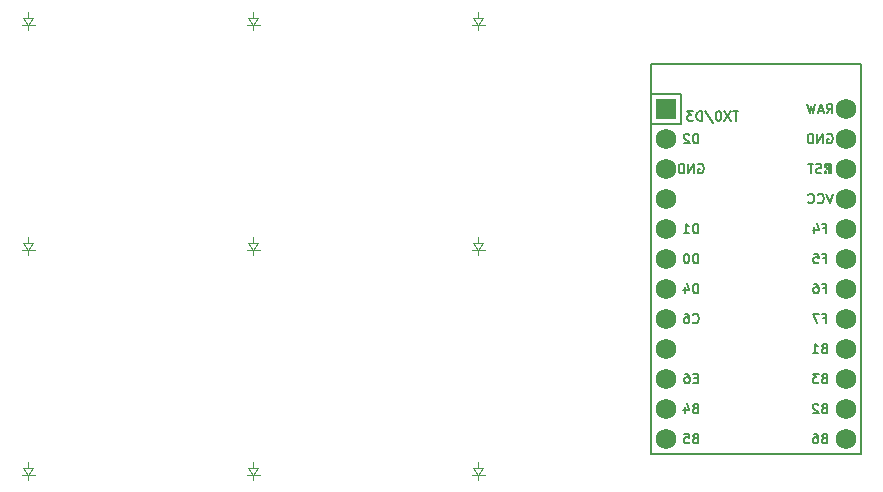
<source format=gbr>
%TF.GenerationSoftware,KiCad,Pcbnew,9.0.2*%
%TF.CreationDate,2025-06-28T14:34:15-07:00*%
%TF.ProjectId,untitled,756e7469-746c-4656-942e-6b696361645f,rev?*%
%TF.SameCoordinates,Original*%
%TF.FileFunction,Legend,Bot*%
%TF.FilePolarity,Positive*%
%FSLAX46Y46*%
G04 Gerber Fmt 4.6, Leading zero omitted, Abs format (unit mm)*
G04 Created by KiCad (PCBNEW 9.0.2) date 2025-06-28 14:34:15*
%MOMM*%
%LPD*%
G01*
G04 APERTURE LIST*
%ADD10C,0.150000*%
%ADD11C,0.200000*%
%ADD12C,0.100000*%
%ADD13R,1.752600X1.752600*%
%ADD14C,1.752600*%
G04 APERTURE END LIST*
D10*
X177234809Y-109004497D02*
X177120523Y-109042592D01*
X177120523Y-109042592D02*
X177082428Y-109080688D01*
X177082428Y-109080688D02*
X177044332Y-109156878D01*
X177044332Y-109156878D02*
X177044332Y-109271164D01*
X177044332Y-109271164D02*
X177082428Y-109347354D01*
X177082428Y-109347354D02*
X177120523Y-109385450D01*
X177120523Y-109385450D02*
X177196713Y-109423545D01*
X177196713Y-109423545D02*
X177501475Y-109423545D01*
X177501475Y-109423545D02*
X177501475Y-108623545D01*
X177501475Y-108623545D02*
X177234809Y-108623545D01*
X177234809Y-108623545D02*
X177158618Y-108661640D01*
X177158618Y-108661640D02*
X177120523Y-108699735D01*
X177120523Y-108699735D02*
X177082428Y-108775926D01*
X177082428Y-108775926D02*
X177082428Y-108852116D01*
X177082428Y-108852116D02*
X177120523Y-108928307D01*
X177120523Y-108928307D02*
X177158618Y-108966402D01*
X177158618Y-108966402D02*
X177234809Y-109004497D01*
X177234809Y-109004497D02*
X177501475Y-109004497D01*
X176739571Y-108699735D02*
X176701475Y-108661640D01*
X176701475Y-108661640D02*
X176625285Y-108623545D01*
X176625285Y-108623545D02*
X176434809Y-108623545D01*
X176434809Y-108623545D02*
X176358618Y-108661640D01*
X176358618Y-108661640D02*
X176320523Y-108699735D01*
X176320523Y-108699735D02*
X176282428Y-108775926D01*
X176282428Y-108775926D02*
X176282428Y-108852116D01*
X176282428Y-108852116D02*
X176320523Y-108966402D01*
X176320523Y-108966402D02*
X176777666Y-109423545D01*
X176777666Y-109423545D02*
X176282428Y-109423545D01*
X166598523Y-88341640D02*
X166674713Y-88303545D01*
X166674713Y-88303545D02*
X166788999Y-88303545D01*
X166788999Y-88303545D02*
X166903285Y-88341640D01*
X166903285Y-88341640D02*
X166979475Y-88417830D01*
X166979475Y-88417830D02*
X167017570Y-88494021D01*
X167017570Y-88494021D02*
X167055666Y-88646402D01*
X167055666Y-88646402D02*
X167055666Y-88760688D01*
X167055666Y-88760688D02*
X167017570Y-88913069D01*
X167017570Y-88913069D02*
X166979475Y-88989259D01*
X166979475Y-88989259D02*
X166903285Y-89065450D01*
X166903285Y-89065450D02*
X166788999Y-89103545D01*
X166788999Y-89103545D02*
X166712808Y-89103545D01*
X166712808Y-89103545D02*
X166598523Y-89065450D01*
X166598523Y-89065450D02*
X166560427Y-89027354D01*
X166560427Y-89027354D02*
X166560427Y-88760688D01*
X166560427Y-88760688D02*
X166712808Y-88760688D01*
X166217570Y-89103545D02*
X166217570Y-88303545D01*
X166217570Y-88303545D02*
X165760427Y-89103545D01*
X165760427Y-89103545D02*
X165760427Y-88303545D01*
X165379475Y-89103545D02*
X165379475Y-88303545D01*
X165379475Y-88303545D02*
X165188999Y-88303545D01*
X165188999Y-88303545D02*
X165074713Y-88341640D01*
X165074713Y-88341640D02*
X164998523Y-88417830D01*
X164998523Y-88417830D02*
X164960428Y-88494021D01*
X164960428Y-88494021D02*
X164922332Y-88646402D01*
X164922332Y-88646402D02*
X164922332Y-88760688D01*
X164922332Y-88760688D02*
X164960428Y-88913069D01*
X164960428Y-88913069D02*
X164998523Y-88989259D01*
X164998523Y-88989259D02*
X165074713Y-89065450D01*
X165074713Y-89065450D02*
X165188999Y-89103545D01*
X165188999Y-89103545D02*
X165379475Y-89103545D01*
X166579475Y-94183545D02*
X166579475Y-93383545D01*
X166579475Y-93383545D02*
X166388999Y-93383545D01*
X166388999Y-93383545D02*
X166274713Y-93421640D01*
X166274713Y-93421640D02*
X166198523Y-93497830D01*
X166198523Y-93497830D02*
X166160428Y-93574021D01*
X166160428Y-93574021D02*
X166122332Y-93726402D01*
X166122332Y-93726402D02*
X166122332Y-93840688D01*
X166122332Y-93840688D02*
X166160428Y-93993069D01*
X166160428Y-93993069D02*
X166198523Y-94069259D01*
X166198523Y-94069259D02*
X166274713Y-94145450D01*
X166274713Y-94145450D02*
X166388999Y-94183545D01*
X166388999Y-94183545D02*
X166579475Y-94183545D01*
X165360428Y-94183545D02*
X165817571Y-94183545D01*
X165588999Y-94183545D02*
X165588999Y-93383545D01*
X165588999Y-93383545D02*
X165665190Y-93497830D01*
X165665190Y-93497830D02*
X165741380Y-93574021D01*
X165741380Y-93574021D02*
X165817571Y-93612116D01*
X166579475Y-96723545D02*
X166579475Y-95923545D01*
X166579475Y-95923545D02*
X166388999Y-95923545D01*
X166388999Y-95923545D02*
X166274713Y-95961640D01*
X166274713Y-95961640D02*
X166198523Y-96037830D01*
X166198523Y-96037830D02*
X166160428Y-96114021D01*
X166160428Y-96114021D02*
X166122332Y-96266402D01*
X166122332Y-96266402D02*
X166122332Y-96380688D01*
X166122332Y-96380688D02*
X166160428Y-96533069D01*
X166160428Y-96533069D02*
X166198523Y-96609259D01*
X166198523Y-96609259D02*
X166274713Y-96685450D01*
X166274713Y-96685450D02*
X166388999Y-96723545D01*
X166388999Y-96723545D02*
X166579475Y-96723545D01*
X165627094Y-95923545D02*
X165550904Y-95923545D01*
X165550904Y-95923545D02*
X165474713Y-95961640D01*
X165474713Y-95961640D02*
X165436618Y-95999735D01*
X165436618Y-95999735D02*
X165398523Y-96075926D01*
X165398523Y-96075926D02*
X165360428Y-96228307D01*
X165360428Y-96228307D02*
X165360428Y-96418783D01*
X165360428Y-96418783D02*
X165398523Y-96571164D01*
X165398523Y-96571164D02*
X165436618Y-96647354D01*
X165436618Y-96647354D02*
X165474713Y-96685450D01*
X165474713Y-96685450D02*
X165550904Y-96723545D01*
X165550904Y-96723545D02*
X165627094Y-96723545D01*
X165627094Y-96723545D02*
X165703285Y-96685450D01*
X165703285Y-96685450D02*
X165741380Y-96647354D01*
X165741380Y-96647354D02*
X165779475Y-96571164D01*
X165779475Y-96571164D02*
X165817571Y-96418783D01*
X165817571Y-96418783D02*
X165817571Y-96228307D01*
X165817571Y-96228307D02*
X165779475Y-96075926D01*
X165779475Y-96075926D02*
X165741380Y-95999735D01*
X165741380Y-95999735D02*
X165703285Y-95961640D01*
X165703285Y-95961640D02*
X165627094Y-95923545D01*
X177177666Y-98844497D02*
X177444332Y-98844497D01*
X177444332Y-99263545D02*
X177444332Y-98463545D01*
X177444332Y-98463545D02*
X177063380Y-98463545D01*
X176415761Y-98463545D02*
X176568142Y-98463545D01*
X176568142Y-98463545D02*
X176644333Y-98501640D01*
X176644333Y-98501640D02*
X176682428Y-98539735D01*
X176682428Y-98539735D02*
X176758618Y-98654021D01*
X176758618Y-98654021D02*
X176796714Y-98806402D01*
X176796714Y-98806402D02*
X176796714Y-99111164D01*
X176796714Y-99111164D02*
X176758618Y-99187354D01*
X176758618Y-99187354D02*
X176720523Y-99225450D01*
X176720523Y-99225450D02*
X176644333Y-99263545D01*
X176644333Y-99263545D02*
X176491952Y-99263545D01*
X176491952Y-99263545D02*
X176415761Y-99225450D01*
X176415761Y-99225450D02*
X176377666Y-99187354D01*
X176377666Y-99187354D02*
X176339571Y-99111164D01*
X176339571Y-99111164D02*
X176339571Y-98920688D01*
X176339571Y-98920688D02*
X176377666Y-98844497D01*
X176377666Y-98844497D02*
X176415761Y-98806402D01*
X176415761Y-98806402D02*
X176491952Y-98768307D01*
X176491952Y-98768307D02*
X176644333Y-98768307D01*
X176644333Y-98768307D02*
X176720523Y-98806402D01*
X176720523Y-98806402D02*
X176758618Y-98844497D01*
X176758618Y-98844497D02*
X176796714Y-98920688D01*
X177234809Y-103924497D02*
X177120523Y-103962592D01*
X177120523Y-103962592D02*
X177082428Y-104000688D01*
X177082428Y-104000688D02*
X177044332Y-104076878D01*
X177044332Y-104076878D02*
X177044332Y-104191164D01*
X177044332Y-104191164D02*
X177082428Y-104267354D01*
X177082428Y-104267354D02*
X177120523Y-104305450D01*
X177120523Y-104305450D02*
X177196713Y-104343545D01*
X177196713Y-104343545D02*
X177501475Y-104343545D01*
X177501475Y-104343545D02*
X177501475Y-103543545D01*
X177501475Y-103543545D02*
X177234809Y-103543545D01*
X177234809Y-103543545D02*
X177158618Y-103581640D01*
X177158618Y-103581640D02*
X177120523Y-103619735D01*
X177120523Y-103619735D02*
X177082428Y-103695926D01*
X177082428Y-103695926D02*
X177082428Y-103772116D01*
X177082428Y-103772116D02*
X177120523Y-103848307D01*
X177120523Y-103848307D02*
X177158618Y-103886402D01*
X177158618Y-103886402D02*
X177234809Y-103924497D01*
X177234809Y-103924497D02*
X177501475Y-103924497D01*
X176282428Y-104343545D02*
X176739571Y-104343545D01*
X176510999Y-104343545D02*
X176510999Y-103543545D01*
X176510999Y-103543545D02*
X176587190Y-103657830D01*
X176587190Y-103657830D02*
X176663380Y-103734021D01*
X176663380Y-103734021D02*
X176739571Y-103772116D01*
X166579475Y-99263545D02*
X166579475Y-98463545D01*
X166579475Y-98463545D02*
X166388999Y-98463545D01*
X166388999Y-98463545D02*
X166274713Y-98501640D01*
X166274713Y-98501640D02*
X166198523Y-98577830D01*
X166198523Y-98577830D02*
X166160428Y-98654021D01*
X166160428Y-98654021D02*
X166122332Y-98806402D01*
X166122332Y-98806402D02*
X166122332Y-98920688D01*
X166122332Y-98920688D02*
X166160428Y-99073069D01*
X166160428Y-99073069D02*
X166198523Y-99149259D01*
X166198523Y-99149259D02*
X166274713Y-99225450D01*
X166274713Y-99225450D02*
X166388999Y-99263545D01*
X166388999Y-99263545D02*
X166579475Y-99263545D01*
X165436618Y-98730211D02*
X165436618Y-99263545D01*
X165627094Y-98425450D02*
X165817571Y-98996878D01*
X165817571Y-98996878D02*
X165322332Y-98996878D01*
X166122332Y-101727354D02*
X166160428Y-101765450D01*
X166160428Y-101765450D02*
X166274713Y-101803545D01*
X166274713Y-101803545D02*
X166350904Y-101803545D01*
X166350904Y-101803545D02*
X166465190Y-101765450D01*
X166465190Y-101765450D02*
X166541380Y-101689259D01*
X166541380Y-101689259D02*
X166579475Y-101613069D01*
X166579475Y-101613069D02*
X166617571Y-101460688D01*
X166617571Y-101460688D02*
X166617571Y-101346402D01*
X166617571Y-101346402D02*
X166579475Y-101194021D01*
X166579475Y-101194021D02*
X166541380Y-101117830D01*
X166541380Y-101117830D02*
X166465190Y-101041640D01*
X166465190Y-101041640D02*
X166350904Y-101003545D01*
X166350904Y-101003545D02*
X166274713Y-101003545D01*
X166274713Y-101003545D02*
X166160428Y-101041640D01*
X166160428Y-101041640D02*
X166122332Y-101079735D01*
X165436618Y-101003545D02*
X165588999Y-101003545D01*
X165588999Y-101003545D02*
X165665190Y-101041640D01*
X165665190Y-101041640D02*
X165703285Y-101079735D01*
X165703285Y-101079735D02*
X165779475Y-101194021D01*
X165779475Y-101194021D02*
X165817571Y-101346402D01*
X165817571Y-101346402D02*
X165817571Y-101651164D01*
X165817571Y-101651164D02*
X165779475Y-101727354D01*
X165779475Y-101727354D02*
X165741380Y-101765450D01*
X165741380Y-101765450D02*
X165665190Y-101803545D01*
X165665190Y-101803545D02*
X165512809Y-101803545D01*
X165512809Y-101803545D02*
X165436618Y-101765450D01*
X165436618Y-101765450D02*
X165398523Y-101727354D01*
X165398523Y-101727354D02*
X165360428Y-101651164D01*
X165360428Y-101651164D02*
X165360428Y-101460688D01*
X165360428Y-101460688D02*
X165398523Y-101384497D01*
X165398523Y-101384497D02*
X165436618Y-101346402D01*
X165436618Y-101346402D02*
X165512809Y-101308307D01*
X165512809Y-101308307D02*
X165665190Y-101308307D01*
X165665190Y-101308307D02*
X165741380Y-101346402D01*
X165741380Y-101346402D02*
X165779475Y-101384497D01*
X165779475Y-101384497D02*
X165817571Y-101460688D01*
X169980476Y-83862295D02*
X169523333Y-83862295D01*
X169751905Y-84662295D02*
X169751905Y-83862295D01*
X169332857Y-83862295D02*
X168799523Y-84662295D01*
X168799523Y-83862295D02*
X169332857Y-84662295D01*
X168342380Y-83862295D02*
X168266190Y-83862295D01*
X168266190Y-83862295D02*
X168189999Y-83900390D01*
X168189999Y-83900390D02*
X168151904Y-83938485D01*
X168151904Y-83938485D02*
X168113809Y-84014676D01*
X168113809Y-84014676D02*
X168075714Y-84167057D01*
X168075714Y-84167057D02*
X168075714Y-84357533D01*
X168075714Y-84357533D02*
X168113809Y-84509914D01*
X168113809Y-84509914D02*
X168151904Y-84586104D01*
X168151904Y-84586104D02*
X168189999Y-84624200D01*
X168189999Y-84624200D02*
X168266190Y-84662295D01*
X168266190Y-84662295D02*
X168342380Y-84662295D01*
X168342380Y-84662295D02*
X168418571Y-84624200D01*
X168418571Y-84624200D02*
X168456666Y-84586104D01*
X168456666Y-84586104D02*
X168494761Y-84509914D01*
X168494761Y-84509914D02*
X168532857Y-84357533D01*
X168532857Y-84357533D02*
X168532857Y-84167057D01*
X168532857Y-84167057D02*
X168494761Y-84014676D01*
X168494761Y-84014676D02*
X168456666Y-83938485D01*
X168456666Y-83938485D02*
X168418571Y-83900390D01*
X168418571Y-83900390D02*
X168342380Y-83862295D01*
X167161428Y-83824200D02*
X167847142Y-84852771D01*
X166894761Y-84662295D02*
X166894761Y-83862295D01*
X166894761Y-83862295D02*
X166704285Y-83862295D01*
X166704285Y-83862295D02*
X166589999Y-83900390D01*
X166589999Y-83900390D02*
X166513809Y-83976580D01*
X166513809Y-83976580D02*
X166475714Y-84052771D01*
X166475714Y-84052771D02*
X166437618Y-84205152D01*
X166437618Y-84205152D02*
X166437618Y-84319438D01*
X166437618Y-84319438D02*
X166475714Y-84471819D01*
X166475714Y-84471819D02*
X166513809Y-84548009D01*
X166513809Y-84548009D02*
X166589999Y-84624200D01*
X166589999Y-84624200D02*
X166704285Y-84662295D01*
X166704285Y-84662295D02*
X166894761Y-84662295D01*
X166170952Y-83862295D02*
X165675714Y-83862295D01*
X165675714Y-83862295D02*
X165942380Y-84167057D01*
X165942380Y-84167057D02*
X165828095Y-84167057D01*
X165828095Y-84167057D02*
X165751904Y-84205152D01*
X165751904Y-84205152D02*
X165713809Y-84243247D01*
X165713809Y-84243247D02*
X165675714Y-84319438D01*
X165675714Y-84319438D02*
X165675714Y-84509914D01*
X165675714Y-84509914D02*
X165713809Y-84586104D01*
X165713809Y-84586104D02*
X165751904Y-84624200D01*
X165751904Y-84624200D02*
X165828095Y-84662295D01*
X165828095Y-84662295D02*
X166056666Y-84662295D01*
X166056666Y-84662295D02*
X166132857Y-84624200D01*
X166132857Y-84624200D02*
X166170952Y-84586104D01*
X177023333Y-89045450D02*
X176909047Y-89083545D01*
X176909047Y-89083545D02*
X176718571Y-89083545D01*
X176718571Y-89083545D02*
X176642380Y-89045450D01*
X176642380Y-89045450D02*
X176604285Y-89007354D01*
X176604285Y-89007354D02*
X176566190Y-88931164D01*
X176566190Y-88931164D02*
X176566190Y-88854973D01*
X176566190Y-88854973D02*
X176604285Y-88778783D01*
X176604285Y-88778783D02*
X176642380Y-88740688D01*
X176642380Y-88740688D02*
X176718571Y-88702592D01*
X176718571Y-88702592D02*
X176870952Y-88664497D01*
X176870952Y-88664497D02*
X176947142Y-88626402D01*
X176947142Y-88626402D02*
X176985237Y-88588307D01*
X176985237Y-88588307D02*
X177023333Y-88512116D01*
X177023333Y-88512116D02*
X177023333Y-88435926D01*
X177023333Y-88435926D02*
X176985237Y-88359735D01*
X176985237Y-88359735D02*
X176947142Y-88321640D01*
X176947142Y-88321640D02*
X176870952Y-88283545D01*
X176870952Y-88283545D02*
X176680475Y-88283545D01*
X176680475Y-88283545D02*
X176566190Y-88321640D01*
X176337618Y-88283545D02*
X175880475Y-88283545D01*
X176109047Y-89083545D02*
X176109047Y-88283545D01*
X177234809Y-106464497D02*
X177120523Y-106502592D01*
X177120523Y-106502592D02*
X177082428Y-106540688D01*
X177082428Y-106540688D02*
X177044332Y-106616878D01*
X177044332Y-106616878D02*
X177044332Y-106731164D01*
X177044332Y-106731164D02*
X177082428Y-106807354D01*
X177082428Y-106807354D02*
X177120523Y-106845450D01*
X177120523Y-106845450D02*
X177196713Y-106883545D01*
X177196713Y-106883545D02*
X177501475Y-106883545D01*
X177501475Y-106883545D02*
X177501475Y-106083545D01*
X177501475Y-106083545D02*
X177234809Y-106083545D01*
X177234809Y-106083545D02*
X177158618Y-106121640D01*
X177158618Y-106121640D02*
X177120523Y-106159735D01*
X177120523Y-106159735D02*
X177082428Y-106235926D01*
X177082428Y-106235926D02*
X177082428Y-106312116D01*
X177082428Y-106312116D02*
X177120523Y-106388307D01*
X177120523Y-106388307D02*
X177158618Y-106426402D01*
X177158618Y-106426402D02*
X177234809Y-106464497D01*
X177234809Y-106464497D02*
X177501475Y-106464497D01*
X176777666Y-106083545D02*
X176282428Y-106083545D01*
X176282428Y-106083545D02*
X176549094Y-106388307D01*
X176549094Y-106388307D02*
X176434809Y-106388307D01*
X176434809Y-106388307D02*
X176358618Y-106426402D01*
X176358618Y-106426402D02*
X176320523Y-106464497D01*
X176320523Y-106464497D02*
X176282428Y-106540688D01*
X176282428Y-106540688D02*
X176282428Y-106731164D01*
X176282428Y-106731164D02*
X176320523Y-106807354D01*
X176320523Y-106807354D02*
X176358618Y-106845450D01*
X176358618Y-106845450D02*
X176434809Y-106883545D01*
X176434809Y-106883545D02*
X176663380Y-106883545D01*
X176663380Y-106883545D02*
X176739571Y-106845450D01*
X176739571Y-106845450D02*
X176777666Y-106807354D01*
X177177666Y-101384497D02*
X177444332Y-101384497D01*
X177444332Y-101803545D02*
X177444332Y-101003545D01*
X177444332Y-101003545D02*
X177063380Y-101003545D01*
X176834809Y-101003545D02*
X176301475Y-101003545D01*
X176301475Y-101003545D02*
X176644333Y-101803545D01*
X177520523Y-85801640D02*
X177596713Y-85763545D01*
X177596713Y-85763545D02*
X177710999Y-85763545D01*
X177710999Y-85763545D02*
X177825285Y-85801640D01*
X177825285Y-85801640D02*
X177901475Y-85877830D01*
X177901475Y-85877830D02*
X177939570Y-85954021D01*
X177939570Y-85954021D02*
X177977666Y-86106402D01*
X177977666Y-86106402D02*
X177977666Y-86220688D01*
X177977666Y-86220688D02*
X177939570Y-86373069D01*
X177939570Y-86373069D02*
X177901475Y-86449259D01*
X177901475Y-86449259D02*
X177825285Y-86525450D01*
X177825285Y-86525450D02*
X177710999Y-86563545D01*
X177710999Y-86563545D02*
X177634808Y-86563545D01*
X177634808Y-86563545D02*
X177520523Y-86525450D01*
X177520523Y-86525450D02*
X177482427Y-86487354D01*
X177482427Y-86487354D02*
X177482427Y-86220688D01*
X177482427Y-86220688D02*
X177634808Y-86220688D01*
X177139570Y-86563545D02*
X177139570Y-85763545D01*
X177139570Y-85763545D02*
X176682427Y-86563545D01*
X176682427Y-86563545D02*
X176682427Y-85763545D01*
X176301475Y-86563545D02*
X176301475Y-85763545D01*
X176301475Y-85763545D02*
X176110999Y-85763545D01*
X176110999Y-85763545D02*
X175996713Y-85801640D01*
X175996713Y-85801640D02*
X175920523Y-85877830D01*
X175920523Y-85877830D02*
X175882428Y-85954021D01*
X175882428Y-85954021D02*
X175844332Y-86106402D01*
X175844332Y-86106402D02*
X175844332Y-86220688D01*
X175844332Y-86220688D02*
X175882428Y-86373069D01*
X175882428Y-86373069D02*
X175920523Y-86449259D01*
X175920523Y-86449259D02*
X175996713Y-86525450D01*
X175996713Y-86525450D02*
X176110999Y-86563545D01*
X176110999Y-86563545D02*
X176301475Y-86563545D01*
X166312809Y-111544497D02*
X166198523Y-111582592D01*
X166198523Y-111582592D02*
X166160428Y-111620688D01*
X166160428Y-111620688D02*
X166122332Y-111696878D01*
X166122332Y-111696878D02*
X166122332Y-111811164D01*
X166122332Y-111811164D02*
X166160428Y-111887354D01*
X166160428Y-111887354D02*
X166198523Y-111925450D01*
X166198523Y-111925450D02*
X166274713Y-111963545D01*
X166274713Y-111963545D02*
X166579475Y-111963545D01*
X166579475Y-111963545D02*
X166579475Y-111163545D01*
X166579475Y-111163545D02*
X166312809Y-111163545D01*
X166312809Y-111163545D02*
X166236618Y-111201640D01*
X166236618Y-111201640D02*
X166198523Y-111239735D01*
X166198523Y-111239735D02*
X166160428Y-111315926D01*
X166160428Y-111315926D02*
X166160428Y-111392116D01*
X166160428Y-111392116D02*
X166198523Y-111468307D01*
X166198523Y-111468307D02*
X166236618Y-111506402D01*
X166236618Y-111506402D02*
X166312809Y-111544497D01*
X166312809Y-111544497D02*
X166579475Y-111544497D01*
X165398523Y-111163545D02*
X165779475Y-111163545D01*
X165779475Y-111163545D02*
X165817571Y-111544497D01*
X165817571Y-111544497D02*
X165779475Y-111506402D01*
X165779475Y-111506402D02*
X165703285Y-111468307D01*
X165703285Y-111468307D02*
X165512809Y-111468307D01*
X165512809Y-111468307D02*
X165436618Y-111506402D01*
X165436618Y-111506402D02*
X165398523Y-111544497D01*
X165398523Y-111544497D02*
X165360428Y-111620688D01*
X165360428Y-111620688D02*
X165360428Y-111811164D01*
X165360428Y-111811164D02*
X165398523Y-111887354D01*
X165398523Y-111887354D02*
X165436618Y-111925450D01*
X165436618Y-111925450D02*
X165512809Y-111963545D01*
X165512809Y-111963545D02*
X165703285Y-111963545D01*
X165703285Y-111963545D02*
X165779475Y-111925450D01*
X165779475Y-111925450D02*
X165817571Y-111887354D01*
X177177666Y-96304497D02*
X177444332Y-96304497D01*
X177444332Y-96723545D02*
X177444332Y-95923545D01*
X177444332Y-95923545D02*
X177063380Y-95923545D01*
X176377666Y-95923545D02*
X176758618Y-95923545D01*
X176758618Y-95923545D02*
X176796714Y-96304497D01*
X176796714Y-96304497D02*
X176758618Y-96266402D01*
X176758618Y-96266402D02*
X176682428Y-96228307D01*
X176682428Y-96228307D02*
X176491952Y-96228307D01*
X176491952Y-96228307D02*
X176415761Y-96266402D01*
X176415761Y-96266402D02*
X176377666Y-96304497D01*
X176377666Y-96304497D02*
X176339571Y-96380688D01*
X176339571Y-96380688D02*
X176339571Y-96571164D01*
X176339571Y-96571164D02*
X176377666Y-96647354D01*
X176377666Y-96647354D02*
X176415761Y-96685450D01*
X176415761Y-96685450D02*
X176491952Y-96723545D01*
X176491952Y-96723545D02*
X176682428Y-96723545D01*
X176682428Y-96723545D02*
X176758618Y-96685450D01*
X176758618Y-96685450D02*
X176796714Y-96647354D01*
X166579475Y-86563545D02*
X166579475Y-85763545D01*
X166579475Y-85763545D02*
X166388999Y-85763545D01*
X166388999Y-85763545D02*
X166274713Y-85801640D01*
X166274713Y-85801640D02*
X166198523Y-85877830D01*
X166198523Y-85877830D02*
X166160428Y-85954021D01*
X166160428Y-85954021D02*
X166122332Y-86106402D01*
X166122332Y-86106402D02*
X166122332Y-86220688D01*
X166122332Y-86220688D02*
X166160428Y-86373069D01*
X166160428Y-86373069D02*
X166198523Y-86449259D01*
X166198523Y-86449259D02*
X166274713Y-86525450D01*
X166274713Y-86525450D02*
X166388999Y-86563545D01*
X166388999Y-86563545D02*
X166579475Y-86563545D01*
X165817571Y-85839735D02*
X165779475Y-85801640D01*
X165779475Y-85801640D02*
X165703285Y-85763545D01*
X165703285Y-85763545D02*
X165512809Y-85763545D01*
X165512809Y-85763545D02*
X165436618Y-85801640D01*
X165436618Y-85801640D02*
X165398523Y-85839735D01*
X165398523Y-85839735D02*
X165360428Y-85915926D01*
X165360428Y-85915926D02*
X165360428Y-85992116D01*
X165360428Y-85992116D02*
X165398523Y-86106402D01*
X165398523Y-86106402D02*
X165855666Y-86563545D01*
X165855666Y-86563545D02*
X165360428Y-86563545D01*
X166312809Y-109004497D02*
X166198523Y-109042592D01*
X166198523Y-109042592D02*
X166160428Y-109080688D01*
X166160428Y-109080688D02*
X166122332Y-109156878D01*
X166122332Y-109156878D02*
X166122332Y-109271164D01*
X166122332Y-109271164D02*
X166160428Y-109347354D01*
X166160428Y-109347354D02*
X166198523Y-109385450D01*
X166198523Y-109385450D02*
X166274713Y-109423545D01*
X166274713Y-109423545D02*
X166579475Y-109423545D01*
X166579475Y-109423545D02*
X166579475Y-108623545D01*
X166579475Y-108623545D02*
X166312809Y-108623545D01*
X166312809Y-108623545D02*
X166236618Y-108661640D01*
X166236618Y-108661640D02*
X166198523Y-108699735D01*
X166198523Y-108699735D02*
X166160428Y-108775926D01*
X166160428Y-108775926D02*
X166160428Y-108852116D01*
X166160428Y-108852116D02*
X166198523Y-108928307D01*
X166198523Y-108928307D02*
X166236618Y-108966402D01*
X166236618Y-108966402D02*
X166312809Y-109004497D01*
X166312809Y-109004497D02*
X166579475Y-109004497D01*
X165436618Y-108890211D02*
X165436618Y-109423545D01*
X165627094Y-108585450D02*
X165817571Y-109156878D01*
X165817571Y-109156878D02*
X165322332Y-109156878D01*
X166541380Y-106464497D02*
X166274714Y-106464497D01*
X166160428Y-106883545D02*
X166541380Y-106883545D01*
X166541380Y-106883545D02*
X166541380Y-106083545D01*
X166541380Y-106083545D02*
X166160428Y-106083545D01*
X165474713Y-106083545D02*
X165627094Y-106083545D01*
X165627094Y-106083545D02*
X165703285Y-106121640D01*
X165703285Y-106121640D02*
X165741380Y-106159735D01*
X165741380Y-106159735D02*
X165817570Y-106274021D01*
X165817570Y-106274021D02*
X165855666Y-106426402D01*
X165855666Y-106426402D02*
X165855666Y-106731164D01*
X165855666Y-106731164D02*
X165817570Y-106807354D01*
X165817570Y-106807354D02*
X165779475Y-106845450D01*
X165779475Y-106845450D02*
X165703285Y-106883545D01*
X165703285Y-106883545D02*
X165550904Y-106883545D01*
X165550904Y-106883545D02*
X165474713Y-106845450D01*
X165474713Y-106845450D02*
X165436618Y-106807354D01*
X165436618Y-106807354D02*
X165398523Y-106731164D01*
X165398523Y-106731164D02*
X165398523Y-106540688D01*
X165398523Y-106540688D02*
X165436618Y-106464497D01*
X165436618Y-106464497D02*
X165474713Y-106426402D01*
X165474713Y-106426402D02*
X165550904Y-106388307D01*
X165550904Y-106388307D02*
X165703285Y-106388307D01*
X165703285Y-106388307D02*
X165779475Y-106426402D01*
X165779475Y-106426402D02*
X165817570Y-106464497D01*
X165817570Y-106464497D02*
X165855666Y-106540688D01*
X177177666Y-93764497D02*
X177444332Y-93764497D01*
X177444332Y-94183545D02*
X177444332Y-93383545D01*
X177444332Y-93383545D02*
X177063380Y-93383545D01*
X176415761Y-93650211D02*
X176415761Y-94183545D01*
X176606237Y-93345450D02*
X176796714Y-93916878D01*
X176796714Y-93916878D02*
X176301475Y-93916878D01*
X177463380Y-84023545D02*
X177730047Y-83642592D01*
X177920523Y-84023545D02*
X177920523Y-83223545D01*
X177920523Y-83223545D02*
X177615761Y-83223545D01*
X177615761Y-83223545D02*
X177539571Y-83261640D01*
X177539571Y-83261640D02*
X177501476Y-83299735D01*
X177501476Y-83299735D02*
X177463380Y-83375926D01*
X177463380Y-83375926D02*
X177463380Y-83490211D01*
X177463380Y-83490211D02*
X177501476Y-83566402D01*
X177501476Y-83566402D02*
X177539571Y-83604497D01*
X177539571Y-83604497D02*
X177615761Y-83642592D01*
X177615761Y-83642592D02*
X177920523Y-83642592D01*
X177158619Y-83794973D02*
X176777666Y-83794973D01*
X177234809Y-84023545D02*
X176968142Y-83223545D01*
X176968142Y-83223545D02*
X176701476Y-84023545D01*
X176511000Y-83223545D02*
X176320524Y-84023545D01*
X176320524Y-84023545D02*
X176168143Y-83452116D01*
X176168143Y-83452116D02*
X176015762Y-84023545D01*
X176015762Y-84023545D02*
X175825286Y-83223545D01*
X177234809Y-111544497D02*
X177120523Y-111582592D01*
X177120523Y-111582592D02*
X177082428Y-111620688D01*
X177082428Y-111620688D02*
X177044332Y-111696878D01*
X177044332Y-111696878D02*
X177044332Y-111811164D01*
X177044332Y-111811164D02*
X177082428Y-111887354D01*
X177082428Y-111887354D02*
X177120523Y-111925450D01*
X177120523Y-111925450D02*
X177196713Y-111963545D01*
X177196713Y-111963545D02*
X177501475Y-111963545D01*
X177501475Y-111963545D02*
X177501475Y-111163545D01*
X177501475Y-111163545D02*
X177234809Y-111163545D01*
X177234809Y-111163545D02*
X177158618Y-111201640D01*
X177158618Y-111201640D02*
X177120523Y-111239735D01*
X177120523Y-111239735D02*
X177082428Y-111315926D01*
X177082428Y-111315926D02*
X177082428Y-111392116D01*
X177082428Y-111392116D02*
X177120523Y-111468307D01*
X177120523Y-111468307D02*
X177158618Y-111506402D01*
X177158618Y-111506402D02*
X177234809Y-111544497D01*
X177234809Y-111544497D02*
X177501475Y-111544497D01*
X176358618Y-111163545D02*
X176510999Y-111163545D01*
X176510999Y-111163545D02*
X176587190Y-111201640D01*
X176587190Y-111201640D02*
X176625285Y-111239735D01*
X176625285Y-111239735D02*
X176701475Y-111354021D01*
X176701475Y-111354021D02*
X176739571Y-111506402D01*
X176739571Y-111506402D02*
X176739571Y-111811164D01*
X176739571Y-111811164D02*
X176701475Y-111887354D01*
X176701475Y-111887354D02*
X176663380Y-111925450D01*
X176663380Y-111925450D02*
X176587190Y-111963545D01*
X176587190Y-111963545D02*
X176434809Y-111963545D01*
X176434809Y-111963545D02*
X176358618Y-111925450D01*
X176358618Y-111925450D02*
X176320523Y-111887354D01*
X176320523Y-111887354D02*
X176282428Y-111811164D01*
X176282428Y-111811164D02*
X176282428Y-111620688D01*
X176282428Y-111620688D02*
X176320523Y-111544497D01*
X176320523Y-111544497D02*
X176358618Y-111506402D01*
X176358618Y-111506402D02*
X176434809Y-111468307D01*
X176434809Y-111468307D02*
X176587190Y-111468307D01*
X176587190Y-111468307D02*
X176663380Y-111506402D01*
X176663380Y-111506402D02*
X176701475Y-111544497D01*
X176701475Y-111544497D02*
X176739571Y-111620688D01*
X177977666Y-90843545D02*
X177710999Y-91643545D01*
X177710999Y-91643545D02*
X177444333Y-90843545D01*
X176720523Y-91567354D02*
X176758619Y-91605450D01*
X176758619Y-91605450D02*
X176872904Y-91643545D01*
X176872904Y-91643545D02*
X176949095Y-91643545D01*
X176949095Y-91643545D02*
X177063381Y-91605450D01*
X177063381Y-91605450D02*
X177139571Y-91529259D01*
X177139571Y-91529259D02*
X177177666Y-91453069D01*
X177177666Y-91453069D02*
X177215762Y-91300688D01*
X177215762Y-91300688D02*
X177215762Y-91186402D01*
X177215762Y-91186402D02*
X177177666Y-91034021D01*
X177177666Y-91034021D02*
X177139571Y-90957830D01*
X177139571Y-90957830D02*
X177063381Y-90881640D01*
X177063381Y-90881640D02*
X176949095Y-90843545D01*
X176949095Y-90843545D02*
X176872904Y-90843545D01*
X176872904Y-90843545D02*
X176758619Y-90881640D01*
X176758619Y-90881640D02*
X176720523Y-90919735D01*
X175920523Y-91567354D02*
X175958619Y-91605450D01*
X175958619Y-91605450D02*
X176072904Y-91643545D01*
X176072904Y-91643545D02*
X176149095Y-91643545D01*
X176149095Y-91643545D02*
X176263381Y-91605450D01*
X176263381Y-91605450D02*
X176339571Y-91529259D01*
X176339571Y-91529259D02*
X176377666Y-91453069D01*
X176377666Y-91453069D02*
X176415762Y-91300688D01*
X176415762Y-91300688D02*
X176415762Y-91186402D01*
X176415762Y-91186402D02*
X176377666Y-91034021D01*
X176377666Y-91034021D02*
X176339571Y-90957830D01*
X176339571Y-90957830D02*
X176263381Y-90881640D01*
X176263381Y-90881640D02*
X176149095Y-90843545D01*
X176149095Y-90843545D02*
X176072904Y-90843545D01*
X176072904Y-90843545D02*
X175958619Y-90881640D01*
X175958619Y-90881640D02*
X175920523Y-90919735D01*
D11*
%TO.C,U1*%
X162560000Y-79851250D02*
X162560000Y-112871250D01*
X162560000Y-112871250D02*
X180340000Y-112871250D01*
X165100000Y-82391250D02*
X162560000Y-82391250D01*
X165100000Y-82391250D02*
X165100000Y-84931250D01*
X165100000Y-84931250D02*
X162560000Y-84931250D01*
X180340000Y-79851250D02*
X162560000Y-79851250D01*
X180340000Y-112871250D02*
X180340000Y-79851250D01*
D10*
X177794635Y-88380280D02*
X177294635Y-88380280D01*
X177294635Y-88280280D01*
X177794635Y-88280280D01*
X177794635Y-88380280D01*
G36*
X177794635Y-88380280D02*
G01*
X177294635Y-88380280D01*
X177294635Y-88280280D01*
X177794635Y-88280280D01*
X177794635Y-88380280D01*
G37*
X177394635Y-88580280D02*
X177294635Y-88580280D01*
X177294635Y-88280280D01*
X177394635Y-88280280D01*
X177394635Y-88580280D01*
G36*
X177394635Y-88580280D02*
G01*
X177294635Y-88580280D01*
X177294635Y-88280280D01*
X177394635Y-88280280D01*
X177394635Y-88580280D01*
G37*
X177394635Y-89080280D02*
X177294635Y-89080280D01*
X177294635Y-88880280D01*
X177394635Y-88880280D01*
X177394635Y-89080280D01*
G36*
X177394635Y-89080280D02*
G01*
X177294635Y-89080280D01*
X177294635Y-88880280D01*
X177394635Y-88880280D01*
X177394635Y-89080280D01*
G37*
X177594635Y-88780280D02*
X177494635Y-88780280D01*
X177494635Y-88680280D01*
X177594635Y-88680280D01*
X177594635Y-88780280D01*
G36*
X177594635Y-88780280D02*
G01*
X177494635Y-88780280D01*
X177494635Y-88680280D01*
X177594635Y-88680280D01*
X177594635Y-88780280D01*
G37*
X177794635Y-89080280D02*
X177694635Y-89080280D01*
X177694635Y-88280280D01*
X177794635Y-88280280D01*
X177794635Y-89080280D01*
G36*
X177794635Y-89080280D02*
G01*
X177694635Y-89080280D01*
X177694635Y-88280280D01*
X177794635Y-88280280D01*
X177794635Y-89080280D01*
G37*
D12*
%TO.C,D7*%
X109455000Y-114050000D02*
X109855000Y-114650000D01*
X109855000Y-114050000D02*
X109855000Y-113550000D01*
X109855000Y-114650000D02*
X110255000Y-114050000D01*
X109855000Y-115050000D02*
X109855000Y-114650000D01*
X110255000Y-114050000D02*
X109455000Y-114050000D01*
X110405000Y-114650000D02*
X109305000Y-114650000D01*
%TO.C,D3*%
X147555000Y-75950000D02*
X147955000Y-76550000D01*
X147955000Y-75950000D02*
X147955000Y-75450000D01*
X147955000Y-76550000D02*
X148355000Y-75950000D01*
X147955000Y-76950000D02*
X147955000Y-76550000D01*
X148355000Y-75950000D02*
X147555000Y-75950000D01*
X148505000Y-76550000D02*
X147405000Y-76550000D01*
%TO.C,D2*%
X128505000Y-75950000D02*
X128905000Y-76550000D01*
X128905000Y-75950000D02*
X128905000Y-75450000D01*
X128905000Y-76550000D02*
X129305000Y-75950000D01*
X128905000Y-76950000D02*
X128905000Y-76550000D01*
X129305000Y-75950000D02*
X128505000Y-75950000D01*
X129455000Y-76550000D02*
X128355000Y-76550000D01*
%TO.C,D5*%
X128505000Y-95000000D02*
X128905000Y-95600000D01*
X128905000Y-95000000D02*
X128905000Y-94500000D01*
X128905000Y-95600000D02*
X129305000Y-95000000D01*
X128905000Y-96000000D02*
X128905000Y-95600000D01*
X129305000Y-95000000D02*
X128505000Y-95000000D01*
X129455000Y-95600000D02*
X128355000Y-95600000D01*
%TO.C,D8*%
X128505000Y-114050000D02*
X128905000Y-114650000D01*
X128905000Y-114050000D02*
X128905000Y-113550000D01*
X128905000Y-114650000D02*
X129305000Y-114050000D01*
X128905000Y-115050000D02*
X128905000Y-114650000D01*
X129305000Y-114050000D02*
X128505000Y-114050000D01*
X129455000Y-114650000D02*
X128355000Y-114650000D01*
%TO.C,D4*%
X109455000Y-95000000D02*
X109855000Y-95600000D01*
X109855000Y-95000000D02*
X109855000Y-94500000D01*
X109855000Y-95600000D02*
X110255000Y-95000000D01*
X109855000Y-96000000D02*
X109855000Y-95600000D01*
X110255000Y-95000000D02*
X109455000Y-95000000D01*
X110405000Y-95600000D02*
X109305000Y-95600000D01*
%TO.C,D1*%
X109455000Y-75950000D02*
X109855000Y-76550000D01*
X109855000Y-75950000D02*
X109855000Y-75450000D01*
X109855000Y-76550000D02*
X110255000Y-75950000D01*
X109855000Y-76950000D02*
X109855000Y-76550000D01*
X110255000Y-75950000D02*
X109455000Y-75950000D01*
X110405000Y-76550000D02*
X109305000Y-76550000D01*
%TO.C,D6*%
X147555000Y-95000000D02*
X147955000Y-95600000D01*
X147955000Y-95000000D02*
X147955000Y-94500000D01*
X147955000Y-95600000D02*
X148355000Y-95000000D01*
X147955000Y-96000000D02*
X147955000Y-95600000D01*
X148355000Y-95000000D02*
X147555000Y-95000000D01*
X148505000Y-95600000D02*
X147405000Y-95600000D01*
%TO.C,D9*%
X147555000Y-114050000D02*
X147955000Y-114650000D01*
X147955000Y-114050000D02*
X147955000Y-113550000D01*
X147955000Y-114650000D02*
X148355000Y-114050000D01*
X147955000Y-115050000D02*
X147955000Y-114650000D01*
X148355000Y-114050000D02*
X147555000Y-114050000D01*
X148505000Y-114650000D02*
X147405000Y-114650000D01*
%TD*%
D13*
%TO.C,U1*%
X163830000Y-83661250D03*
D14*
X163830000Y-86201250D03*
X163830000Y-88741250D03*
X163830000Y-91281250D03*
X163830000Y-93821250D03*
X163830000Y-96361250D03*
X163830000Y-98901250D03*
X163830000Y-101441250D03*
X163830000Y-103981250D03*
X163830000Y-106521250D03*
X163830000Y-109061250D03*
X163830000Y-111601250D03*
X179070000Y-111601250D03*
X179070000Y-109061250D03*
X179070000Y-106521250D03*
X179070000Y-103981250D03*
X179070000Y-101441250D03*
X179070000Y-98901250D03*
X179070000Y-96361250D03*
X179070000Y-93821250D03*
X179070000Y-91281250D03*
X179070000Y-88741250D03*
X179070000Y-86201250D03*
X179070000Y-83661250D03*
%TD*%
M02*

</source>
